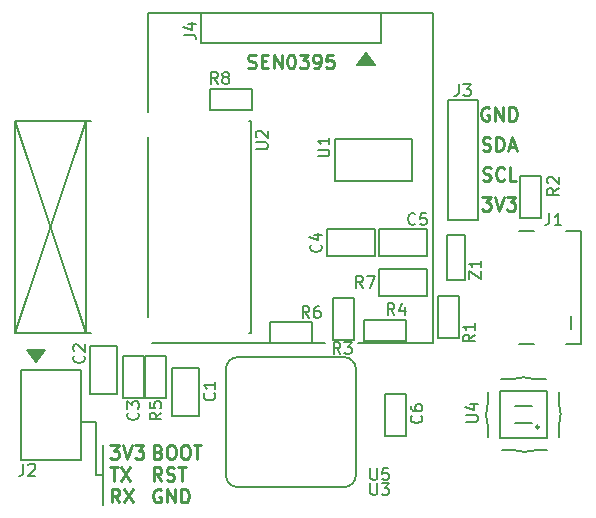
<source format=gto>
G04 #@! TF.GenerationSoftware,KiCad,Pcbnew,6.0.7-f9a2dced07~116~ubuntu20.04.1*
G04 #@! TF.CreationDate,2022-08-17T23:21:15-04:00*
G04 #@! TF.ProjectId,mmwave,6d6d7761-7665-42e6-9b69-6361645f7063,B*
G04 #@! TF.SameCoordinates,Original*
G04 #@! TF.FileFunction,Legend,Top*
G04 #@! TF.FilePolarity,Positive*
%FSLAX46Y46*%
G04 Gerber Fmt 4.6, Leading zero omitted, Abs format (unit mm)*
G04 Created by KiCad (PCBNEW 6.0.7-f9a2dced07~116~ubuntu20.04.1) date 2022-08-17 23:21:15*
%MOMM*%
%LPD*%
G01*
G04 APERTURE LIST*
%ADD10C,0.150000*%
%ADD11C,0.177800*%
%ADD12C,0.285750*%
%ADD13C,0.180000*%
%ADD14C,0.254000*%
G04 APERTURE END LIST*
D10*
X118745000Y-86995000D02*
X118745000Y-89535000D01*
D11*
X116840000Y-85090000D02*
X118110000Y-85090000D01*
D10*
X137541000Y-78422500D02*
X122872500Y-78422500D01*
X146685000Y-78422500D02*
X140335000Y-78422500D01*
X146685000Y-50546000D02*
X146685000Y-78422500D01*
X122555000Y-50482500D02*
X127000000Y-50482500D01*
D11*
X118745000Y-89535000D02*
X118745000Y-92075000D01*
X118745000Y-89535000D02*
X118745000Y-86995000D01*
D10*
X122555000Y-58801000D02*
X122555000Y-50482500D01*
X142240000Y-50482500D02*
X146685000Y-50482500D01*
X122555000Y-76200000D02*
X122555000Y-60960000D01*
D11*
X118110000Y-89535000D02*
X118745000Y-89535000D01*
X118110000Y-85090000D02*
X118110000Y-89535000D01*
D12*
X151376742Y-58483500D02*
X151267885Y-58429071D01*
X151104600Y-58429071D01*
X150941314Y-58483500D01*
X150832457Y-58592357D01*
X150778028Y-58701214D01*
X150723600Y-58918928D01*
X150723600Y-59082214D01*
X150778028Y-59299928D01*
X150832457Y-59408785D01*
X150941314Y-59517642D01*
X151104600Y-59572071D01*
X151213457Y-59572071D01*
X151376742Y-59517642D01*
X151431171Y-59463214D01*
X151431171Y-59082214D01*
X151213457Y-59082214D01*
X151921028Y-59572071D02*
X151921028Y-58429071D01*
X152574171Y-59572071D01*
X152574171Y-58429071D01*
X153118457Y-59572071D02*
X153118457Y-58429071D01*
X153390600Y-58429071D01*
X153553885Y-58483500D01*
X153662742Y-58592357D01*
X153717171Y-58701214D01*
X153771600Y-58918928D01*
X153771600Y-59082214D01*
X153717171Y-59299928D01*
X153662742Y-59408785D01*
X153553885Y-59517642D01*
X153390600Y-59572071D01*
X153118457Y-59572071D01*
X150832457Y-66049071D02*
X151540028Y-66049071D01*
X151159028Y-66484500D01*
X151322314Y-66484500D01*
X151431171Y-66538928D01*
X151485600Y-66593357D01*
X151540028Y-66702214D01*
X151540028Y-66974357D01*
X151485600Y-67083214D01*
X151431171Y-67137642D01*
X151322314Y-67192071D01*
X150995742Y-67192071D01*
X150886885Y-67137642D01*
X150832457Y-67083214D01*
X151866600Y-66049071D02*
X152247600Y-67192071D01*
X152628600Y-66049071D01*
X152900742Y-66049071D02*
X153608314Y-66049071D01*
X153227314Y-66484500D01*
X153390600Y-66484500D01*
X153499457Y-66538928D01*
X153553885Y-66593357D01*
X153608314Y-66702214D01*
X153608314Y-66974357D01*
X153553885Y-67083214D01*
X153499457Y-67137642D01*
X153390600Y-67192071D01*
X153064028Y-67192071D01*
X152955171Y-67137642D01*
X152900742Y-67083214D01*
X150859671Y-62057642D02*
X151022957Y-62112071D01*
X151295100Y-62112071D01*
X151403957Y-62057642D01*
X151458385Y-62003214D01*
X151512814Y-61894357D01*
X151512814Y-61785500D01*
X151458385Y-61676642D01*
X151403957Y-61622214D01*
X151295100Y-61567785D01*
X151077385Y-61513357D01*
X150968528Y-61458928D01*
X150914100Y-61404500D01*
X150859671Y-61295642D01*
X150859671Y-61186785D01*
X150914100Y-61077928D01*
X150968528Y-61023500D01*
X151077385Y-60969071D01*
X151349528Y-60969071D01*
X151512814Y-61023500D01*
X152002671Y-62112071D02*
X152002671Y-60969071D01*
X152274814Y-60969071D01*
X152438100Y-61023500D01*
X152546957Y-61132357D01*
X152601385Y-61241214D01*
X152655814Y-61458928D01*
X152655814Y-61622214D01*
X152601385Y-61839928D01*
X152546957Y-61948785D01*
X152438100Y-62057642D01*
X152274814Y-62112071D01*
X152002671Y-62112071D01*
X153091242Y-61785500D02*
X153635528Y-61785500D01*
X152982385Y-62112071D02*
X153363385Y-60969071D01*
X153744385Y-62112071D01*
X150886885Y-64597642D02*
X151050171Y-64652071D01*
X151322314Y-64652071D01*
X151431171Y-64597642D01*
X151485600Y-64543214D01*
X151540028Y-64434357D01*
X151540028Y-64325500D01*
X151485600Y-64216642D01*
X151431171Y-64162214D01*
X151322314Y-64107785D01*
X151104600Y-64053357D01*
X150995742Y-63998928D01*
X150941314Y-63944500D01*
X150886885Y-63835642D01*
X150886885Y-63726785D01*
X150941314Y-63617928D01*
X150995742Y-63563500D01*
X151104600Y-63509071D01*
X151376742Y-63509071D01*
X151540028Y-63563500D01*
X152683028Y-64543214D02*
X152628600Y-64597642D01*
X152465314Y-64652071D01*
X152356457Y-64652071D01*
X152193171Y-64597642D01*
X152084314Y-64488785D01*
X152029885Y-64379928D01*
X151975457Y-64162214D01*
X151975457Y-63998928D01*
X152029885Y-63781214D01*
X152084314Y-63672357D01*
X152193171Y-63563500D01*
X152356457Y-63509071D01*
X152465314Y-63509071D01*
X152628600Y-63563500D01*
X152683028Y-63617928D01*
X153717171Y-64652071D02*
X153172885Y-64652071D01*
X153172885Y-63509071D01*
X119348023Y-87068841D02*
X120055594Y-87068841D01*
X119674594Y-87504270D01*
X119837880Y-87504270D01*
X119946737Y-87558698D01*
X120001166Y-87613127D01*
X120055594Y-87721984D01*
X120055594Y-87994127D01*
X120001166Y-88102984D01*
X119946737Y-88157412D01*
X119837880Y-88211841D01*
X119511308Y-88211841D01*
X119402451Y-88157412D01*
X119348023Y-88102984D01*
X120382166Y-87068841D02*
X120763166Y-88211841D01*
X121144166Y-87068841D01*
X121416308Y-87068841D02*
X122123880Y-87068841D01*
X121742880Y-87504270D01*
X121906166Y-87504270D01*
X122015023Y-87558698D01*
X122069451Y-87613127D01*
X122123880Y-87721984D01*
X122123880Y-87994127D01*
X122069451Y-88102984D01*
X122015023Y-88157412D01*
X121906166Y-88211841D01*
X121579594Y-88211841D01*
X121470737Y-88157412D01*
X121416308Y-88102984D01*
X119293594Y-88909071D02*
X119946737Y-88909071D01*
X119620166Y-90052071D02*
X119620166Y-88909071D01*
X120218880Y-88909071D02*
X120980880Y-90052071D01*
X120980880Y-88909071D02*
X120218880Y-90052071D01*
X120110023Y-91892301D02*
X119729023Y-91348015D01*
X119456880Y-91892301D02*
X119456880Y-90749301D01*
X119892308Y-90749301D01*
X120001166Y-90803730D01*
X120055594Y-90858158D01*
X120110023Y-90967015D01*
X120110023Y-91130301D01*
X120055594Y-91239158D01*
X120001166Y-91293587D01*
X119892308Y-91348015D01*
X119456880Y-91348015D01*
X120491023Y-90749301D02*
X121253023Y-91892301D01*
X121253023Y-90749301D02*
X120491023Y-91892301D01*
X131000500Y-55072642D02*
X131163785Y-55127071D01*
X131435928Y-55127071D01*
X131544785Y-55072642D01*
X131599214Y-55018214D01*
X131653642Y-54909357D01*
X131653642Y-54800500D01*
X131599214Y-54691642D01*
X131544785Y-54637214D01*
X131435928Y-54582785D01*
X131218214Y-54528357D01*
X131109357Y-54473928D01*
X131054928Y-54419500D01*
X131000500Y-54310642D01*
X131000500Y-54201785D01*
X131054928Y-54092928D01*
X131109357Y-54038500D01*
X131218214Y-53984071D01*
X131490357Y-53984071D01*
X131653642Y-54038500D01*
X132143500Y-54528357D02*
X132524500Y-54528357D01*
X132687785Y-55127071D02*
X132143500Y-55127071D01*
X132143500Y-53984071D01*
X132687785Y-53984071D01*
X133177642Y-55127071D02*
X133177642Y-53984071D01*
X133830785Y-55127071D01*
X133830785Y-53984071D01*
X134592785Y-53984071D02*
X134701642Y-53984071D01*
X134810500Y-54038500D01*
X134864928Y-54092928D01*
X134919357Y-54201785D01*
X134973785Y-54419500D01*
X134973785Y-54691642D01*
X134919357Y-54909357D01*
X134864928Y-55018214D01*
X134810500Y-55072642D01*
X134701642Y-55127071D01*
X134592785Y-55127071D01*
X134483928Y-55072642D01*
X134429500Y-55018214D01*
X134375071Y-54909357D01*
X134320642Y-54691642D01*
X134320642Y-54419500D01*
X134375071Y-54201785D01*
X134429500Y-54092928D01*
X134483928Y-54038500D01*
X134592785Y-53984071D01*
X135354785Y-53984071D02*
X136062357Y-53984071D01*
X135681357Y-54419500D01*
X135844642Y-54419500D01*
X135953500Y-54473928D01*
X136007928Y-54528357D01*
X136062357Y-54637214D01*
X136062357Y-54909357D01*
X136007928Y-55018214D01*
X135953500Y-55072642D01*
X135844642Y-55127071D01*
X135518071Y-55127071D01*
X135409214Y-55072642D01*
X135354785Y-55018214D01*
X136606642Y-55127071D02*
X136824357Y-55127071D01*
X136933214Y-55072642D01*
X136987642Y-55018214D01*
X137096500Y-54854928D01*
X137150928Y-54637214D01*
X137150928Y-54201785D01*
X137096500Y-54092928D01*
X137042071Y-54038500D01*
X136933214Y-53984071D01*
X136715500Y-53984071D01*
X136606642Y-54038500D01*
X136552214Y-54092928D01*
X136497785Y-54201785D01*
X136497785Y-54473928D01*
X136552214Y-54582785D01*
X136606642Y-54637214D01*
X136715500Y-54691642D01*
X136933214Y-54691642D01*
X137042071Y-54637214D01*
X137096500Y-54582785D01*
X137150928Y-54473928D01*
X138185071Y-53984071D02*
X137640785Y-53984071D01*
X137586357Y-54528357D01*
X137640785Y-54473928D01*
X137749642Y-54419500D01*
X138021785Y-54419500D01*
X138130642Y-54473928D01*
X138185071Y-54528357D01*
X138239500Y-54637214D01*
X138239500Y-54909357D01*
X138185071Y-55018214D01*
X138130642Y-55072642D01*
X138021785Y-55127071D01*
X137749642Y-55127071D01*
X137640785Y-55072642D01*
X137586357Y-55018214D01*
X123393880Y-87613127D02*
X123557166Y-87667555D01*
X123611594Y-87721984D01*
X123666023Y-87830841D01*
X123666023Y-87994127D01*
X123611594Y-88102984D01*
X123557166Y-88157412D01*
X123448308Y-88211841D01*
X123012880Y-88211841D01*
X123012880Y-87068841D01*
X123393880Y-87068841D01*
X123502737Y-87123270D01*
X123557166Y-87177698D01*
X123611594Y-87286555D01*
X123611594Y-87395412D01*
X123557166Y-87504270D01*
X123502737Y-87558698D01*
X123393880Y-87613127D01*
X123012880Y-87613127D01*
X124373594Y-87068841D02*
X124591308Y-87068841D01*
X124700166Y-87123270D01*
X124809023Y-87232127D01*
X124863451Y-87449841D01*
X124863451Y-87830841D01*
X124809023Y-88048555D01*
X124700166Y-88157412D01*
X124591308Y-88211841D01*
X124373594Y-88211841D01*
X124264737Y-88157412D01*
X124155880Y-88048555D01*
X124101451Y-87830841D01*
X124101451Y-87449841D01*
X124155880Y-87232127D01*
X124264737Y-87123270D01*
X124373594Y-87068841D01*
X125571023Y-87068841D02*
X125788737Y-87068841D01*
X125897594Y-87123270D01*
X126006451Y-87232127D01*
X126060880Y-87449841D01*
X126060880Y-87830841D01*
X126006451Y-88048555D01*
X125897594Y-88157412D01*
X125788737Y-88211841D01*
X125571023Y-88211841D01*
X125462166Y-88157412D01*
X125353308Y-88048555D01*
X125298880Y-87830841D01*
X125298880Y-87449841D01*
X125353308Y-87232127D01*
X125462166Y-87123270D01*
X125571023Y-87068841D01*
X126387451Y-87068841D02*
X127040594Y-87068841D01*
X126714023Y-88211841D02*
X126714023Y-87068841D01*
X123666023Y-90052071D02*
X123285023Y-89507785D01*
X123012880Y-90052071D02*
X123012880Y-88909071D01*
X123448308Y-88909071D01*
X123557166Y-88963500D01*
X123611594Y-89017928D01*
X123666023Y-89126785D01*
X123666023Y-89290071D01*
X123611594Y-89398928D01*
X123557166Y-89453357D01*
X123448308Y-89507785D01*
X123012880Y-89507785D01*
X124101451Y-89997642D02*
X124264737Y-90052071D01*
X124536880Y-90052071D01*
X124645737Y-89997642D01*
X124700166Y-89943214D01*
X124754594Y-89834357D01*
X124754594Y-89725500D01*
X124700166Y-89616642D01*
X124645737Y-89562214D01*
X124536880Y-89507785D01*
X124319166Y-89453357D01*
X124210308Y-89398928D01*
X124155880Y-89344500D01*
X124101451Y-89235642D01*
X124101451Y-89126785D01*
X124155880Y-89017928D01*
X124210308Y-88963500D01*
X124319166Y-88909071D01*
X124591308Y-88909071D01*
X124754594Y-88963500D01*
X125081166Y-88909071D02*
X125734308Y-88909071D01*
X125407737Y-90052071D02*
X125407737Y-88909071D01*
X123611594Y-90803730D02*
X123502737Y-90749301D01*
X123339451Y-90749301D01*
X123176166Y-90803730D01*
X123067308Y-90912587D01*
X123012880Y-91021444D01*
X122958451Y-91239158D01*
X122958451Y-91402444D01*
X123012880Y-91620158D01*
X123067308Y-91729015D01*
X123176166Y-91837872D01*
X123339451Y-91892301D01*
X123448308Y-91892301D01*
X123611594Y-91837872D01*
X123666023Y-91783444D01*
X123666023Y-91402444D01*
X123448308Y-91402444D01*
X124155880Y-91892301D02*
X124155880Y-90749301D01*
X124809023Y-91892301D01*
X124809023Y-90749301D01*
X125353308Y-91892301D02*
X125353308Y-90749301D01*
X125625451Y-90749301D01*
X125788737Y-90803730D01*
X125897594Y-90912587D01*
X125952023Y-91021444D01*
X126006451Y-91239158D01*
X126006451Y-91402444D01*
X125952023Y-91620158D01*
X125897594Y-91729015D01*
X125788737Y-91837872D01*
X125625451Y-91892301D01*
X125353308Y-91892301D01*
D13*
X111976523Y-88614380D02*
X111976523Y-89328666D01*
X111928904Y-89471523D01*
X111833666Y-89566761D01*
X111690809Y-89614380D01*
X111595571Y-89614380D01*
X112405095Y-88709619D02*
X112452714Y-88662000D01*
X112547952Y-88614380D01*
X112786047Y-88614380D01*
X112881285Y-88662000D01*
X112928904Y-88709619D01*
X112976523Y-88804857D01*
X112976523Y-88900095D01*
X112928904Y-89042952D01*
X112357476Y-89614380D01*
X112976523Y-89614380D01*
D10*
X156511666Y-67397380D02*
X156511666Y-68111666D01*
X156464047Y-68254523D01*
X156368809Y-68349761D01*
X156225952Y-68397380D01*
X156130714Y-68397380D01*
X157511666Y-68397380D02*
X156940238Y-68397380D01*
X157225952Y-68397380D02*
X157225952Y-67397380D01*
X157130714Y-67540238D01*
X157035476Y-67635476D01*
X156940238Y-67683095D01*
D13*
X136874380Y-62584904D02*
X137683904Y-62584904D01*
X137779142Y-62537285D01*
X137826761Y-62489666D01*
X137874380Y-62394428D01*
X137874380Y-62203952D01*
X137826761Y-62108714D01*
X137779142Y-62061095D01*
X137683904Y-62013476D01*
X136874380Y-62013476D01*
X137874380Y-61013476D02*
X137874380Y-61584904D01*
X137874380Y-61299190D02*
X136874380Y-61299190D01*
X137017238Y-61394428D01*
X137112476Y-61489666D01*
X137160095Y-61584904D01*
X140726142Y-73739380D02*
X140392809Y-73263190D01*
X140154714Y-73739380D02*
X140154714Y-72739380D01*
X140535666Y-72739380D01*
X140630904Y-72787000D01*
X140678523Y-72834619D01*
X140726142Y-72929857D01*
X140726142Y-73072714D01*
X140678523Y-73167952D01*
X140630904Y-73215571D01*
X140535666Y-73263190D01*
X140154714Y-73263190D01*
X141059476Y-72739380D02*
X141726142Y-72739380D01*
X141297571Y-73739380D01*
X121650142Y-84290476D02*
X121697761Y-84338095D01*
X121745380Y-84480952D01*
X121745380Y-84576190D01*
X121697761Y-84719047D01*
X121602523Y-84814285D01*
X121507285Y-84861904D01*
X121316809Y-84909523D01*
X121173952Y-84909523D01*
X120983476Y-84861904D01*
X120888238Y-84814285D01*
X120793000Y-84719047D01*
X120745380Y-84576190D01*
X120745380Y-84480952D01*
X120793000Y-84338095D01*
X120840619Y-84290476D01*
X120745380Y-83957142D02*
X120745380Y-83338095D01*
X121126333Y-83671428D01*
X121126333Y-83528571D01*
X121173952Y-83433333D01*
X121221571Y-83385714D01*
X121316809Y-83338095D01*
X121554904Y-83338095D01*
X121650142Y-83385714D01*
X121697761Y-83433333D01*
X121745380Y-83528571D01*
X121745380Y-83814285D01*
X121697761Y-83909523D01*
X121650142Y-83957142D01*
X136181523Y-76279380D02*
X135848190Y-75803190D01*
X135610095Y-76279380D02*
X135610095Y-75279380D01*
X135991047Y-75279380D01*
X136086285Y-75327000D01*
X136133904Y-75374619D01*
X136181523Y-75469857D01*
X136181523Y-75612714D01*
X136133904Y-75707952D01*
X136086285Y-75755571D01*
X135991047Y-75803190D01*
X135610095Y-75803190D01*
X137038666Y-75279380D02*
X136848190Y-75279380D01*
X136752952Y-75327000D01*
X136705333Y-75374619D01*
X136610095Y-75517476D01*
X136562476Y-75707952D01*
X136562476Y-76088904D01*
X136610095Y-76184142D01*
X136657714Y-76231761D01*
X136752952Y-76279380D01*
X136943428Y-76279380D01*
X137038666Y-76231761D01*
X137086285Y-76184142D01*
X137133904Y-76088904D01*
X137133904Y-75850809D01*
X137086285Y-75755571D01*
X137038666Y-75707952D01*
X136943428Y-75660333D01*
X136752952Y-75660333D01*
X136657714Y-75707952D01*
X136610095Y-75755571D01*
X136562476Y-75850809D01*
X141351095Y-90257380D02*
X141351095Y-91066904D01*
X141398714Y-91162142D01*
X141446333Y-91209761D01*
X141541571Y-91257380D01*
X141732047Y-91257380D01*
X141827285Y-91209761D01*
X141874904Y-91162142D01*
X141922523Y-91066904D01*
X141922523Y-90257380D01*
X142303476Y-90257380D02*
X142922523Y-90257380D01*
X142589190Y-90638333D01*
X142732047Y-90638333D01*
X142827285Y-90685952D01*
X142874904Y-90733571D01*
X142922523Y-90828809D01*
X142922523Y-91066904D01*
X142874904Y-91162142D01*
X142827285Y-91209761D01*
X142732047Y-91257380D01*
X142446333Y-91257380D01*
X142351095Y-91209761D01*
X142303476Y-91162142D01*
X117078142Y-79464476D02*
X117125761Y-79512095D01*
X117173380Y-79654952D01*
X117173380Y-79750190D01*
X117125761Y-79893047D01*
X117030523Y-79988285D01*
X116935285Y-80035904D01*
X116744809Y-80083523D01*
X116601952Y-80083523D01*
X116411476Y-80035904D01*
X116316238Y-79988285D01*
X116221000Y-79893047D01*
X116173380Y-79750190D01*
X116173380Y-79654952D01*
X116221000Y-79512095D01*
X116268619Y-79464476D01*
X116268619Y-79083523D02*
X116221000Y-79035904D01*
X116173380Y-78940666D01*
X116173380Y-78702571D01*
X116221000Y-78607333D01*
X116268619Y-78559714D01*
X116363857Y-78512095D01*
X116459095Y-78512095D01*
X116601952Y-78559714D01*
X117173380Y-79131142D01*
X117173380Y-78512095D01*
X123650380Y-84290476D02*
X123174190Y-84623809D01*
X123650380Y-84861904D02*
X122650380Y-84861904D01*
X122650380Y-84480952D01*
X122698000Y-84385714D01*
X122745619Y-84338095D01*
X122840857Y-84290476D01*
X122983714Y-84290476D01*
X123078952Y-84338095D01*
X123126571Y-84385714D01*
X123174190Y-84480952D01*
X123174190Y-84861904D01*
X122650380Y-83385714D02*
X122650380Y-83861904D01*
X123126571Y-83909523D01*
X123078952Y-83861904D01*
X123031333Y-83766666D01*
X123031333Y-83528571D01*
X123078952Y-83433333D01*
X123126571Y-83385714D01*
X123221809Y-83338095D01*
X123459904Y-83338095D01*
X123555142Y-83385714D01*
X123602761Y-83433333D01*
X123650380Y-83528571D01*
X123650380Y-83766666D01*
X123602761Y-83861904D01*
X123555142Y-83909523D01*
X128127142Y-82639476D02*
X128174761Y-82687095D01*
X128222380Y-82829952D01*
X128222380Y-82925190D01*
X128174761Y-83068047D01*
X128079523Y-83163285D01*
X127984285Y-83210904D01*
X127793809Y-83258523D01*
X127650952Y-83258523D01*
X127460476Y-83210904D01*
X127365238Y-83163285D01*
X127270000Y-83068047D01*
X127222380Y-82925190D01*
X127222380Y-82829952D01*
X127270000Y-82687095D01*
X127317619Y-82639476D01*
X128222380Y-81687095D02*
X128222380Y-82258523D01*
X128222380Y-81972809D02*
X127222380Y-81972809D01*
X127365238Y-82068047D01*
X127460476Y-82163285D01*
X127508095Y-82258523D01*
X128434523Y-56467380D02*
X128101190Y-55991190D01*
X127863095Y-56467380D02*
X127863095Y-55467380D01*
X128244047Y-55467380D01*
X128339285Y-55515000D01*
X128386904Y-55562619D01*
X128434523Y-55657857D01*
X128434523Y-55800714D01*
X128386904Y-55895952D01*
X128339285Y-55943571D01*
X128244047Y-55991190D01*
X127863095Y-55991190D01*
X129005952Y-55895952D02*
X128910714Y-55848333D01*
X128863095Y-55800714D01*
X128815476Y-55705476D01*
X128815476Y-55657857D01*
X128863095Y-55562619D01*
X128910714Y-55515000D01*
X129005952Y-55467380D01*
X129196428Y-55467380D01*
X129291666Y-55515000D01*
X129339285Y-55562619D01*
X129386904Y-55657857D01*
X129386904Y-55705476D01*
X129339285Y-55800714D01*
X129291666Y-55848333D01*
X129196428Y-55895952D01*
X129005952Y-55895952D01*
X128910714Y-55943571D01*
X128863095Y-55991190D01*
X128815476Y-56086428D01*
X128815476Y-56276904D01*
X128863095Y-56372142D01*
X128910714Y-56419761D01*
X129005952Y-56467380D01*
X129196428Y-56467380D01*
X129291666Y-56419761D01*
X129339285Y-56372142D01*
X129386904Y-56276904D01*
X129386904Y-56086428D01*
X129339285Y-55991190D01*
X129291666Y-55943571D01*
X129196428Y-55895952D01*
D10*
X131659380Y-61975904D02*
X132468904Y-61975904D01*
X132564142Y-61928285D01*
X132611761Y-61880666D01*
X132659380Y-61785428D01*
X132659380Y-61594952D01*
X132611761Y-61499714D01*
X132564142Y-61452095D01*
X132468904Y-61404476D01*
X131659380Y-61404476D01*
X131754619Y-60975904D02*
X131707000Y-60928285D01*
X131659380Y-60833047D01*
X131659380Y-60594952D01*
X131707000Y-60499714D01*
X131754619Y-60452095D01*
X131849857Y-60404476D01*
X131945095Y-60404476D01*
X132087952Y-60452095D01*
X132659380Y-61023523D01*
X132659380Y-60404476D01*
D13*
X157305380Y-65267857D02*
X156829190Y-65601190D01*
X157305380Y-65839285D02*
X156305380Y-65839285D01*
X156305380Y-65458333D01*
X156353000Y-65363095D01*
X156400619Y-65315476D01*
X156495857Y-65267857D01*
X156638714Y-65267857D01*
X156733952Y-65315476D01*
X156781571Y-65363095D01*
X156829190Y-65458333D01*
X156829190Y-65839285D01*
X156400619Y-64886904D02*
X156353000Y-64839285D01*
X156305380Y-64744047D01*
X156305380Y-64505952D01*
X156353000Y-64410714D01*
X156400619Y-64363095D01*
X156495857Y-64315476D01*
X156591095Y-64315476D01*
X156733952Y-64363095D01*
X157305380Y-64934523D01*
X157305380Y-64315476D01*
X149701380Y-72998904D02*
X149701380Y-72332238D01*
X150701380Y-72998904D01*
X150701380Y-72332238D01*
X150701380Y-71427476D02*
X150701380Y-71998904D01*
X150701380Y-71713190D02*
X149701380Y-71713190D01*
X149844238Y-71808428D01*
X149939476Y-71903666D01*
X149987095Y-71998904D01*
X149447380Y-85063904D02*
X150256904Y-85063904D01*
X150352142Y-85016285D01*
X150399761Y-84968666D01*
X150447380Y-84873428D01*
X150447380Y-84682952D01*
X150399761Y-84587714D01*
X150352142Y-84540095D01*
X150256904Y-84492476D01*
X149447380Y-84492476D01*
X149780714Y-83587714D02*
X150447380Y-83587714D01*
X149399761Y-83825809D02*
X150114047Y-84063904D01*
X150114047Y-83444857D01*
X143393142Y-76025380D02*
X143059809Y-75549190D01*
X142821714Y-76025380D02*
X142821714Y-75025380D01*
X143202666Y-75025380D01*
X143297904Y-75073000D01*
X143345523Y-75120619D01*
X143393142Y-75215857D01*
X143393142Y-75358714D01*
X143345523Y-75453952D01*
X143297904Y-75501571D01*
X143202666Y-75549190D01*
X142821714Y-75549190D01*
X144250285Y-75358714D02*
X144250285Y-76025380D01*
X144012190Y-74977761D02*
X143774095Y-75692047D01*
X144393142Y-75692047D01*
X145171142Y-68310142D02*
X145123523Y-68357761D01*
X144980666Y-68405380D01*
X144885428Y-68405380D01*
X144742571Y-68357761D01*
X144647333Y-68262523D01*
X144599714Y-68167285D01*
X144552095Y-67976809D01*
X144552095Y-67833952D01*
X144599714Y-67643476D01*
X144647333Y-67548238D01*
X144742571Y-67453000D01*
X144885428Y-67405380D01*
X144980666Y-67405380D01*
X145123523Y-67453000D01*
X145171142Y-67500619D01*
X146075904Y-67405380D02*
X145599714Y-67405380D01*
X145552095Y-67881571D01*
X145599714Y-67833952D01*
X145694952Y-67786333D01*
X145933047Y-67786333D01*
X146028285Y-67833952D01*
X146075904Y-67881571D01*
X146123523Y-67976809D01*
X146123523Y-68214904D01*
X146075904Y-68310142D01*
X146028285Y-68357761D01*
X145933047Y-68405380D01*
X145694952Y-68405380D01*
X145599714Y-68357761D01*
X145552095Y-68310142D01*
X148849809Y-56483380D02*
X148849809Y-57197666D01*
X148802190Y-57340523D01*
X148706952Y-57435761D01*
X148564095Y-57483380D01*
X148468857Y-57483380D01*
X149230761Y-56483380D02*
X149849809Y-56483380D01*
X149516476Y-56864333D01*
X149659333Y-56864333D01*
X149754571Y-56911952D01*
X149802190Y-56959571D01*
X149849809Y-57054809D01*
X149849809Y-57292904D01*
X149802190Y-57388142D01*
X149754571Y-57435761D01*
X149659333Y-57483380D01*
X149373619Y-57483380D01*
X149278380Y-57435761D01*
X149230761Y-57388142D01*
X137144142Y-70066476D02*
X137191761Y-70114095D01*
X137239380Y-70256952D01*
X137239380Y-70352190D01*
X137191761Y-70495047D01*
X137096523Y-70590285D01*
X137001285Y-70637904D01*
X136810809Y-70685523D01*
X136667952Y-70685523D01*
X136477476Y-70637904D01*
X136382238Y-70590285D01*
X136287000Y-70495047D01*
X136239380Y-70352190D01*
X136239380Y-70256952D01*
X136287000Y-70114095D01*
X136334619Y-70066476D01*
X136572714Y-69209333D02*
X137239380Y-69209333D01*
X136191761Y-69447428D02*
X136906047Y-69685523D01*
X136906047Y-69066476D01*
X145653142Y-84544476D02*
X145700761Y-84592095D01*
X145748380Y-84734952D01*
X145748380Y-84830190D01*
X145700761Y-84973047D01*
X145605523Y-85068285D01*
X145510285Y-85115904D01*
X145319809Y-85163523D01*
X145176952Y-85163523D01*
X144986476Y-85115904D01*
X144891238Y-85068285D01*
X144796000Y-84973047D01*
X144748380Y-84830190D01*
X144748380Y-84734952D01*
X144796000Y-84592095D01*
X144843619Y-84544476D01*
X144748380Y-83687333D02*
X144748380Y-83877809D01*
X144796000Y-83973047D01*
X144843619Y-84020666D01*
X144986476Y-84115904D01*
X145176952Y-84163523D01*
X145557904Y-84163523D01*
X145653142Y-84115904D01*
X145700761Y-84068285D01*
X145748380Y-83973047D01*
X145748380Y-83782571D01*
X145700761Y-83687333D01*
X145653142Y-83639714D01*
X145557904Y-83592095D01*
X145319809Y-83592095D01*
X145224571Y-83639714D01*
X145176952Y-83687333D01*
X145129333Y-83782571D01*
X145129333Y-83973047D01*
X145176952Y-84068285D01*
X145224571Y-84115904D01*
X145319809Y-84163523D01*
X138821142Y-79327380D02*
X138487809Y-78851190D01*
X138249714Y-79327380D02*
X138249714Y-78327380D01*
X138630666Y-78327380D01*
X138725904Y-78375000D01*
X138773523Y-78422619D01*
X138821142Y-78517857D01*
X138821142Y-78660714D01*
X138773523Y-78755952D01*
X138725904Y-78803571D01*
X138630666Y-78851190D01*
X138249714Y-78851190D01*
X139154476Y-78327380D02*
X139773523Y-78327380D01*
X139440190Y-78708333D01*
X139583047Y-78708333D01*
X139678285Y-78755952D01*
X139725904Y-78803571D01*
X139773523Y-78898809D01*
X139773523Y-79136904D01*
X139725904Y-79232142D01*
X139678285Y-79279761D01*
X139583047Y-79327380D01*
X139297333Y-79327380D01*
X139202095Y-79279761D01*
X139154476Y-79232142D01*
X150193380Y-77686476D02*
X149717190Y-78019809D01*
X150193380Y-78257904D02*
X149193380Y-78257904D01*
X149193380Y-77876952D01*
X149241000Y-77781714D01*
X149288619Y-77734095D01*
X149383857Y-77686476D01*
X149526714Y-77686476D01*
X149621952Y-77734095D01*
X149669571Y-77781714D01*
X149717190Y-77876952D01*
X149717190Y-78257904D01*
X150193380Y-76734095D02*
X150193380Y-77305523D01*
X150193380Y-77019809D02*
X149193380Y-77019809D01*
X149336238Y-77115047D01*
X149431476Y-77210285D01*
X149479095Y-77305523D01*
X141351095Y-88987380D02*
X141351095Y-89796904D01*
X141398714Y-89892142D01*
X141446333Y-89939761D01*
X141541571Y-89987380D01*
X141732047Y-89987380D01*
X141827285Y-89939761D01*
X141874904Y-89892142D01*
X141922523Y-89796904D01*
X141922523Y-88987380D01*
X142874904Y-88987380D02*
X142398714Y-88987380D01*
X142351095Y-89463571D01*
X142398714Y-89415952D01*
X142493952Y-89368333D01*
X142732047Y-89368333D01*
X142827285Y-89415952D01*
X142874904Y-89463571D01*
X142922523Y-89558809D01*
X142922523Y-89796904D01*
X142874904Y-89892142D01*
X142827285Y-89939761D01*
X142732047Y-89987380D01*
X142493952Y-89987380D01*
X142398714Y-89939761D01*
X142351095Y-89892142D01*
X125571380Y-52297976D02*
X126285666Y-52297976D01*
X126428523Y-52345595D01*
X126523761Y-52440833D01*
X126571380Y-52583690D01*
X126571380Y-52678928D01*
X125904714Y-51393214D02*
X126571380Y-51393214D01*
X125523761Y-51631309D02*
X126238047Y-51869404D01*
X126238047Y-51250357D01*
X111760000Y-88265000D02*
X111760000Y-80645000D01*
X116840000Y-88265000D02*
X111760000Y-88265000D01*
X116840000Y-80645000D02*
X116840000Y-88265000D01*
X111760000Y-80645000D02*
X116840000Y-80645000D01*
X159179997Y-68870000D02*
X157899997Y-68870000D01*
X158357997Y-77216000D02*
X158357997Y-76073000D01*
X159179997Y-78450000D02*
X159179997Y-68870000D01*
X153929997Y-68870000D02*
X155179997Y-68870000D01*
X153929997Y-78450000D02*
X155179997Y-78450000D01*
X157899997Y-78450000D02*
X159179997Y-78450000D01*
X141732000Y-54864000D02*
X140970000Y-53848000D01*
X140970000Y-53848000D02*
X140208000Y-54864000D01*
X140208000Y-54864000D02*
X141732000Y-54864000D01*
G36*
X141732000Y-54864000D02*
G01*
X140208000Y-54864000D01*
X140970000Y-53848000D01*
X141732000Y-54864000D01*
G37*
X141732000Y-54864000D02*
X140208000Y-54864000D01*
X140970000Y-53848000D01*
X141732000Y-54864000D01*
X138328400Y-64643000D02*
X138328400Y-61087000D01*
X138328400Y-61087000D02*
X144881600Y-61087000D01*
X144881600Y-64643000D02*
X138328400Y-64643000D01*
X144881600Y-61087000D02*
X144881600Y-64643000D01*
X142113000Y-72136000D02*
X142113000Y-74422000D01*
X146177000Y-74422000D02*
X146177000Y-72136000D01*
X142113000Y-74422000D02*
X146177000Y-74422000D01*
X146177000Y-72136000D02*
X142113000Y-72136000D01*
X156255000Y-81455000D02*
X155355000Y-81454999D01*
X153305000Y-81455001D02*
X152405000Y-81455000D01*
X157305000Y-86355000D02*
X157305001Y-85455000D01*
X152455000Y-87455000D02*
X153355000Y-87455001D01*
X151305000Y-82505000D02*
X151304999Y-83405000D01*
X157304999Y-83405000D02*
X157305000Y-82505000D01*
X151305001Y-85455000D02*
X151305000Y-86355000D01*
X155405000Y-87454999D02*
X156305000Y-87455000D01*
X152305000Y-82455000D02*
X156305000Y-82455000D01*
X156305000Y-82455000D02*
X156305000Y-86455000D01*
X156305000Y-86455000D02*
X152305000Y-86455000D01*
X152305000Y-86455000D02*
X152305000Y-82455000D01*
X153405000Y-87455000D02*
G75*
G03*
X155405000Y-87454999I999998J3000004D01*
G01*
X157305000Y-85405000D02*
G75*
G03*
X157304999Y-83405000I-3000004J999998D01*
G01*
X151305001Y-83455000D02*
G75*
G03*
X151305001Y-85455000I2999999J-1000000D01*
G01*
X155305000Y-81455000D02*
G75*
G03*
X153305000Y-81455001I-999998J-3000004D01*
G01*
X122174000Y-83058000D02*
X120396000Y-83058000D01*
X120396000Y-79502000D02*
X122174000Y-79502000D01*
X122174000Y-79502000D02*
X122174000Y-83058000D01*
X120396000Y-83058000D02*
X120396000Y-79502000D01*
X136398000Y-76581000D02*
X136398000Y-78359000D01*
X132842000Y-78359000D02*
X132842000Y-76581000D01*
X136398000Y-78359000D02*
X132842000Y-78359000D01*
X132842000Y-76581000D02*
X136398000Y-76581000D01*
X113792000Y-78994000D02*
X112268000Y-78994000D01*
X112268000Y-78994000D02*
X113030000Y-80010000D01*
X113030000Y-80010000D02*
X113792000Y-78994000D01*
G36*
X113030000Y-80010000D02*
G01*
X112268000Y-78994000D01*
X113792000Y-78994000D01*
X113030000Y-80010000D01*
G37*
X113030000Y-80010000D02*
X112268000Y-78994000D01*
X113792000Y-78994000D01*
X113030000Y-80010000D01*
X119888000Y-82677000D02*
X119888000Y-78613000D01*
X119888000Y-78613000D02*
X117602000Y-78613000D01*
X117602000Y-82677000D02*
X119888000Y-82677000D01*
X117602000Y-78613000D02*
X117602000Y-82677000D01*
X122301000Y-83058000D02*
X122301000Y-79502000D01*
X124079000Y-79502000D02*
X124079000Y-83058000D01*
X122301000Y-79502000D02*
X124079000Y-79502000D01*
X124079000Y-83058000D02*
X122301000Y-83058000D01*
X124587000Y-80518000D02*
X124587000Y-84582000D01*
X126873000Y-84582000D02*
X126873000Y-80518000D01*
X126873000Y-80518000D02*
X124587000Y-80518000D01*
X124587000Y-84582000D02*
X126873000Y-84582000D01*
X131318000Y-58674000D02*
X127762000Y-58674000D01*
X127762000Y-58674000D02*
X127762000Y-56896000D01*
X131318000Y-56896000D02*
X131318000Y-58674000D01*
X127762000Y-56896000D02*
X131318000Y-56896000D01*
X131285000Y-59580000D02*
X131085000Y-59580000D01*
X117285000Y-59580000D02*
X117685000Y-59580000D01*
X117285000Y-77580000D02*
X117685000Y-77580000D01*
X117285000Y-59580000D02*
X111285000Y-59580000D01*
X111285000Y-59580000D02*
X111285000Y-77580000D01*
X131285000Y-77580000D02*
X131285000Y-59580000D01*
X117285000Y-77580000D02*
X117285000Y-59580000D01*
X111285000Y-77580000D02*
X117285000Y-77580000D01*
X111285000Y-59580000D02*
X117285000Y-77580000D01*
X131285000Y-77580000D02*
X131085000Y-77580000D01*
X111285000Y-77580000D02*
X117285000Y-59580000D01*
X154051000Y-64262000D02*
X155829000Y-64262000D01*
X155829000Y-64262000D02*
X155829000Y-67818000D01*
X155829000Y-67818000D02*
X154051000Y-67818000D01*
X154051000Y-67818000D02*
X154051000Y-64262000D01*
X147828000Y-73025000D02*
X147828000Y-69215000D01*
X149352000Y-73025000D02*
X147828000Y-73025000D01*
X149352000Y-69215000D02*
X149352000Y-73025000D01*
X147828000Y-69215000D02*
X149352000Y-69215000D01*
X155055000Y-85205000D02*
X153555000Y-85205000D01*
X153555000Y-83705000D02*
X155055000Y-83705000D01*
D14*
X155632000Y-85505000D02*
G75*
G03*
X155632000Y-85505000I-127000J0D01*
G01*
D13*
X144399000Y-78232000D02*
X140843000Y-78232000D01*
X144399000Y-76454000D02*
X144399000Y-78232000D01*
X140843000Y-78232000D02*
X140843000Y-76454000D01*
X140843000Y-76454000D02*
X144399000Y-76454000D01*
X142113000Y-68707000D02*
X142113000Y-70993000D01*
X142113000Y-70993000D02*
X146177000Y-70993000D01*
X146177000Y-70993000D02*
X146177000Y-68707000D01*
X146177000Y-68707000D02*
X142113000Y-68707000D01*
X147955000Y-67945000D02*
X147955000Y-57785000D01*
X150495000Y-67945000D02*
X147955000Y-67945000D01*
X147955000Y-57785000D02*
X150495000Y-57785000D01*
X150495000Y-57785000D02*
X150495000Y-67945000D01*
X137668000Y-70993000D02*
X141732000Y-70993000D01*
X141732000Y-68707000D02*
X137668000Y-68707000D01*
X141732000Y-70993000D02*
X141732000Y-68707000D01*
X137668000Y-68707000D02*
X137668000Y-70993000D01*
X144399000Y-82677000D02*
X144399000Y-86233000D01*
X142621000Y-86233000D02*
X142621000Y-82677000D01*
X144399000Y-86233000D02*
X142621000Y-86233000D01*
X142621000Y-82677000D02*
X144399000Y-82677000D01*
X138176000Y-78105000D02*
X138176000Y-74549000D01*
X139954000Y-74549000D02*
X139954000Y-78105000D01*
X138176000Y-74549000D02*
X139954000Y-74549000D01*
X139954000Y-78105000D02*
X138176000Y-78105000D01*
X148844000Y-77978000D02*
X147066000Y-77978000D01*
X147066000Y-74422000D02*
X148844000Y-74422000D01*
X148844000Y-74422000D02*
X148844000Y-77978000D01*
X147066000Y-77978000D02*
X147066000Y-74422000D01*
X139120000Y-90590000D02*
X130120000Y-90590000D01*
X130120000Y-79590000D02*
X139120000Y-79590000D01*
X140120000Y-80590000D02*
X140120000Y-89590000D01*
X129120000Y-80590000D02*
X129120000Y-89590000D01*
X139120000Y-90590000D02*
G75*
G03*
X140120000Y-89590000I0J1000000D01*
G01*
X140120000Y-80590000D02*
G75*
G03*
X139120000Y-79590000I-1000000J0D01*
G01*
X129120000Y-89590000D02*
G75*
G03*
X130120000Y-90590000I999999J-1D01*
G01*
X130120000Y-79590000D02*
G75*
G03*
X129120000Y-80590000I-1J-999999D01*
G01*
X127000000Y-53022500D02*
X127000000Y-50482500D01*
X142240000Y-50482500D02*
X142240000Y-53022500D01*
X142240000Y-53022500D02*
X127000000Y-53022500D01*
X127000000Y-50482500D02*
X142240000Y-50482500D01*
M02*

</source>
